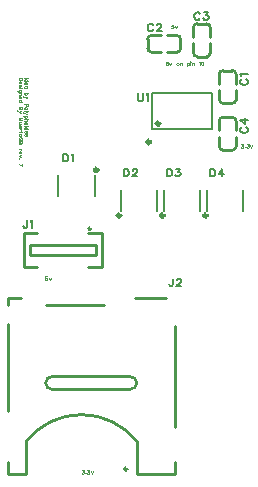
<source format=gto>
G04 Layer: TopSilkscreenLayer*
G04 EasyEDA Pro v2.2.46.11, 2026-02-17 18:28:56*
G04 Gerber Generator version 0.3*
G04 Scale: 100 percent, Rotated: No, Reflected: No*
G04 Dimensions in millimeters*
G04 Leading zeros omitted, absolute positions, 4 integers and 5 decimals*
G04 Generated by one-click*
%FSLAX45Y45*%
%MOMM*%
%ADD10C,0.05*%
%ADD11C,0.1524*%
%ADD12C,0.254*%
%ADD13C,0.3*%
%ADD14C,0.7556*%
G75*


G04 Text Start*
G54D10*
G01X848830Y3365220D02*
G01X819366Y3365220D01*
G01X848830Y3336518D02*
G01X819366Y3336518D01*
G01X834606Y3336518D02*
G01X837654Y3339312D01*
G01X838924Y3342106D01*
G01X838924Y3346424D01*
G01X837654Y3349218D01*
G01X834606Y3352012D01*
G01X830542Y3353536D01*
G01X827748Y3353536D01*
G01X823430Y3352012D01*
G01X820636Y3349218D01*
G01X819366Y3346424D01*
G01X819366Y3342106D01*
G01X820636Y3339312D01*
G01X823430Y3336518D01*
G01X830542Y3324834D02*
G01X830542Y3307816D01*
G01X833336Y3307816D01*
G01X836130Y3309340D01*
G01X837654Y3310610D01*
G01X838924Y3313404D01*
G01X838924Y3317722D01*
G01X837654Y3320516D01*
G01X834606Y3323310D01*
G01X830542Y3324834D01*
G01X827748Y3324834D01*
G01X823430Y3323310D01*
G01X820636Y3320516D01*
G01X819366Y3317722D01*
G01X819366Y3313404D01*
G01X820636Y3310610D01*
G01X823430Y3307816D01*
G01X838924Y3279114D02*
G01X819366Y3279114D01*
G01X834606Y3279114D02*
G01X837654Y3281908D01*
G01X838924Y3284702D01*
G01X838924Y3289020D01*
G01X837654Y3291814D01*
G01X834606Y3294608D01*
G01X830542Y3296132D01*
G01X827748Y3296132D01*
G01X823430Y3294608D01*
G01X820636Y3291814D01*
G01X819366Y3289020D01*
G01X819366Y3284702D01*
G01X820636Y3281908D01*
G01X823430Y3279114D01*
G01X848830Y3235934D02*
G01X819366Y3235934D01*
G01X834606Y3235934D02*
G01X837654Y3233140D01*
G01X838924Y3230346D01*
G01X838924Y3226028D01*
G01X837654Y3223234D01*
G01X834606Y3220440D01*
G01X830542Y3218916D01*
G01X827748Y3218916D01*
G01X823430Y3220440D01*
G01X820636Y3223234D01*
G01X819366Y3226028D01*
G01X819366Y3230346D01*
G01X820636Y3233140D01*
G01X823430Y3235934D01*
G01X838924Y3205708D02*
G01X819366Y3197326D01*
G01X838924Y3188944D02*
G01X819366Y3197326D01*
G01X813524Y3200120D01*
G01X810730Y3202914D01*
G01X809460Y3205708D01*
G01X809460Y3207232D01*
G01X848830Y3145764D02*
G01X819366Y3145764D01*
G01X848830Y3145764D02*
G01X848830Y3133064D01*
G01X847306Y3128746D01*
G01X846036Y3127476D01*
G01X843242Y3125952D01*
G01X838924Y3125952D01*
G01X836130Y3127476D01*
G01X834606Y3128746D01*
G01X833336Y3133064D01*
G01X833336Y3145764D01*
G01X838924Y3107156D02*
G01X837654Y3109950D01*
G01X834606Y3112744D01*
G01X830542Y3114268D01*
G01X827748Y3114268D01*
G01X823430Y3112744D01*
G01X820636Y3109950D01*
G01X819366Y3107156D01*
G01X819366Y3102838D01*
G01X820636Y3100044D01*
G01X823430Y3097250D01*
G01X827748Y3095980D01*
G01X830542Y3095980D01*
G01X834606Y3097250D01*
G01X837654Y3100044D01*
G01X838924Y3102838D01*
G01X838924Y3107156D01*
G01X848830Y3084296D02*
G01X819366Y3084296D01*
G01X838924Y3071088D02*
G01X819366Y3062706D01*
G01X838924Y3054324D02*
G01X819366Y3062706D01*
G01X813524Y3065500D01*
G01X810730Y3068294D01*
G01X809460Y3071088D01*
G01X809460Y3072358D01*
G01X838924Y3042640D02*
G01X809460Y3042640D01*
G01X834606Y3042640D02*
G01X837654Y3039846D01*
G01X838924Y3037052D01*
G01X838924Y3032734D01*
G01X837654Y3029940D01*
G01X834606Y3027146D01*
G01X830542Y3025622D01*
G01X827748Y3025622D01*
G01X823430Y3027146D01*
G01X820636Y3029940D01*
G01X819366Y3032734D01*
G01X819366Y3037052D01*
G01X820636Y3039846D01*
G01X823430Y3042640D01*
G01X848830Y3013938D02*
G01X819366Y3013938D01*
G01X833336Y3013938D02*
G01X837654Y3009620D01*
G01X838924Y3006826D01*
G01X838924Y3002508D01*
G01X837654Y2999714D01*
G01X833336Y2998444D01*
G01X819366Y2998444D01*
G01X830542Y2986760D02*
G01X830542Y2969742D01*
G01X833336Y2969742D01*
G01X836130Y2971266D01*
G01X837654Y2972536D01*
G01X838924Y2975330D01*
G01X838924Y2979648D01*
G01X837654Y2982442D01*
G01X834606Y2985236D01*
G01X830542Y2986760D01*
G01X827748Y2986760D01*
G01X823430Y2985236D01*
G01X820636Y2982442D01*
G01X819366Y2979648D01*
G01X819366Y2975330D01*
G01X820636Y2972536D01*
G01X823430Y2969742D01*
G01X848830Y2958058D02*
G01X847306Y2956534D01*
G01X848830Y2955264D01*
G01X850100Y2956534D01*
G01X848830Y2958058D01*
G01X838924Y2956534D02*
G01X819366Y2956534D01*
G01X848830Y2926562D02*
G01X819366Y2926562D01*
G01X834606Y2926562D02*
G01X837654Y2929356D01*
G01X838924Y2932150D01*
G01X838924Y2936468D01*
G01X837654Y2939262D01*
G01X834606Y2942056D01*
G01X830542Y2943580D01*
G01X827748Y2943580D01*
G01X823430Y2942056D01*
G01X820636Y2939262D01*
G01X819366Y2936468D01*
G01X819366Y2932150D01*
G01X820636Y2929356D01*
G01X823430Y2926562D01*
G01X830542Y2914878D02*
G01X830542Y2897860D01*
G01X833336Y2897860D01*
G01X836130Y2899384D01*
G01X837654Y2900654D01*
G01X838924Y2903448D01*
G01X838924Y2907766D01*
G01X837654Y2910560D01*
G01X834606Y2913354D01*
G01X830542Y2914878D01*
G01X827748Y2914878D01*
G01X823430Y2913354D01*
G01X820636Y2910560D01*
G01X819366Y2907766D01*
G01X819366Y2903448D01*
G01X820636Y2900654D01*
G01X823430Y2897860D01*
G01X834606Y2870682D02*
G01X837654Y2871952D01*
G01X838924Y2876270D01*
G01X838924Y2880588D01*
G01X837654Y2884652D01*
G01X834606Y2886176D01*
G01X831812Y2884652D01*
G01X830542Y2881858D01*
G01X829018Y2874746D01*
G01X827748Y2871952D01*
G01X824954Y2870682D01*
G01X823430Y2870682D01*
G01X820636Y2871952D01*
G01X819366Y2876270D01*
G01X819366Y2880588D01*
G01X820636Y2884652D01*
G01X823430Y2886176D01*
G01X798792Y3365220D02*
G01X769328Y3365220D01*
G01X798792Y3365220D02*
G01X798792Y3355314D01*
G01X797268Y3351250D01*
G01X794474Y3348456D01*
G01X791680Y3346932D01*
G01X787616Y3345662D01*
G01X780504Y3345662D01*
G01X776186Y3346932D01*
G01X773392Y3348456D01*
G01X770598Y3351250D01*
G01X769328Y3355314D01*
G01X769328Y3365220D01*
G01X780504Y3333978D02*
G01X780504Y3316960D01*
G01X783298Y3316960D01*
G01X786092Y3318484D01*
G01X787616Y3319754D01*
G01X788886Y3322548D01*
G01X788886Y3326866D01*
G01X787616Y3329660D01*
G01X784822Y3332454D01*
G01X780504Y3333978D01*
G01X777710Y3333978D01*
G01X773392Y3332454D01*
G01X770598Y3329660D01*
G01X769328Y3326866D01*
G01X769328Y3322548D01*
G01X770598Y3319754D01*
G01X773392Y3316960D01*
G01X784822Y3289782D02*
G01X787616Y3291052D01*
G01X788886Y3295370D01*
G01X788886Y3299688D01*
G01X787616Y3303752D01*
G01X784822Y3305276D01*
G01X782028Y3303752D01*
G01X780504Y3300958D01*
G01X779234Y3293846D01*
G01X777710Y3291052D01*
G01X774916Y3289782D01*
G01X773392Y3289782D01*
G01X770598Y3291052D01*
G01X769328Y3295370D01*
G01X769328Y3299688D01*
G01X770598Y3303752D01*
G01X773392Y3305276D01*
G01X798792Y3278098D02*
G01X797268Y3276574D01*
G01X798792Y3275304D01*
G01X800316Y3276574D01*
G01X798792Y3278098D01*
G01X788886Y3276574D02*
G01X769328Y3276574D01*
G01X788886Y3246602D02*
G01X766534Y3246602D01*
G01X762216Y3248126D01*
G01X760946Y3249396D01*
G01X759422Y3252190D01*
G01X759422Y3256508D01*
G01X760946Y3259302D01*
G01X784822Y3246602D02*
G01X787616Y3249396D01*
G01X788886Y3252190D01*
G01X788886Y3256508D01*
G01X787616Y3259302D01*
G01X784822Y3262096D01*
G01X780504Y3263620D01*
G01X777710Y3263620D01*
G01X773392Y3262096D01*
G01X770598Y3259302D01*
G01X769328Y3256508D01*
G01X769328Y3252190D01*
G01X770598Y3249396D01*
G01X773392Y3246602D01*
G01X788886Y3234918D02*
G01X769328Y3234918D01*
G01X783298Y3234918D02*
G01X787616Y3230600D01*
G01X788886Y3227806D01*
G01X788886Y3223488D01*
G01X787616Y3220694D01*
G01X783298Y3219424D01*
G01X769328Y3219424D01*
G01X780504Y3207740D02*
G01X780504Y3190722D01*
G01X783298Y3190722D01*
G01X786092Y3192246D01*
G01X787616Y3193516D01*
G01X788886Y3196310D01*
G01X788886Y3200628D01*
G01X787616Y3203422D01*
G01X784822Y3206216D01*
G01X780504Y3207740D01*
G01X777710Y3207740D01*
G01X773392Y3206216D01*
G01X770598Y3203422D01*
G01X769328Y3200628D01*
G01X769328Y3196310D01*
G01X770598Y3193516D01*
G01X773392Y3190722D01*
G01X798792Y3162020D02*
G01X769328Y3162020D01*
G01X784822Y3162020D02*
G01X787616Y3164814D01*
G01X788886Y3167608D01*
G01X788886Y3171926D01*
G01X787616Y3174720D01*
G01X784822Y3177514D01*
G01X780504Y3179038D01*
G01X777710Y3179038D01*
G01X773392Y3177514D01*
G01X770598Y3174720D01*
G01X769328Y3171926D01*
G01X769328Y3167608D01*
G01X770598Y3164814D01*
G01X773392Y3162020D01*
G01X798792Y3118840D02*
G01X769328Y3118840D01*
G01X798792Y3118840D02*
G01X798792Y3106140D01*
G01X797268Y3101822D01*
G01X795998Y3100552D01*
G01X793204Y3099028D01*
G01X790410Y3099028D01*
G01X787616Y3100552D01*
G01X786092Y3101822D01*
G01X784822Y3106140D01*
G01X784822Y3118840D02*
G01X784822Y3106140D01*
G01X783298Y3101822D01*
G01X782028Y3100552D01*
G01X779234Y3099028D01*
G01X774916Y3099028D01*
G01X772122Y3100552D01*
G01X770598Y3101822D01*
G01X769328Y3106140D01*
G01X769328Y3118840D01*
G01X788886Y3085820D02*
G01X769328Y3077438D01*
G01X788886Y3069056D02*
G01X769328Y3077438D01*
G01X763740Y3080232D01*
G01X760946Y3083026D01*
G01X759422Y3085820D01*
G01X759422Y3087344D01*
G01X798792Y3025876D02*
G01X769328Y3025876D01*
G01X798792Y3025876D02*
G01X769328Y3014446D01*
G01X798792Y3003270D02*
G01X769328Y3014446D01*
G01X798792Y3003270D02*
G01X769328Y3003270D01*
G01X788886Y2991586D02*
G01X774916Y2991586D01*
G01X770598Y2990062D01*
G01X769328Y2987268D01*
G01X769328Y2983204D01*
G01X770598Y2980156D01*
G01X774916Y2976092D01*
G01X788886Y2976092D02*
G01X769328Y2976092D01*
G01X780504Y2964408D02*
G01X780504Y2947390D01*
G01X783298Y2947390D01*
G01X786092Y2948914D01*
G01X787616Y2950184D01*
G01X788886Y2952978D01*
G01X788886Y2957296D01*
G01X787616Y2960090D01*
G01X784822Y2962884D01*
G01X780504Y2964408D01*
G01X777710Y2964408D01*
G01X773392Y2962884D01*
G01X770598Y2960090D01*
G01X769328Y2957296D01*
G01X769328Y2952978D01*
G01X770598Y2950184D01*
G01X773392Y2947390D01*
G01X788886Y2935706D02*
G01X769328Y2935706D01*
G01X780504Y2935706D02*
G01X784822Y2934182D01*
G01X787616Y2931388D01*
G01X788886Y2928594D01*
G01X788886Y2924276D01*
G01X798792Y2908274D02*
G01X774916Y2908274D01*
G01X770598Y2907004D01*
G01X769328Y2904210D01*
G01X769328Y2901162D01*
G01X788886Y2912592D02*
G01X788886Y2902686D01*
G01X788886Y2882366D02*
G01X787616Y2885160D01*
G01X784822Y2887954D01*
G01X780504Y2889478D01*
G01X777710Y2889478D01*
G01X773392Y2887954D01*
G01X770598Y2885160D01*
G01X769328Y2882366D01*
G01X769328Y2878048D01*
G01X770598Y2875254D01*
G01X773392Y2872460D01*
G01X777710Y2871190D01*
G01X780504Y2871190D01*
G01X784822Y2872460D01*
G01X787616Y2875254D01*
G01X788886Y2878048D01*
G01X788886Y2882366D01*
G01X791680Y2838424D02*
G01X794474Y2839694D01*
G01X797268Y2842488D01*
G01X798792Y2845282D01*
G01X798792Y2851124D01*
G01X797268Y2853918D01*
G01X794474Y2856712D01*
G01X791680Y2857982D01*
G01X787616Y2859506D01*
G01X780504Y2859506D01*
G01X776186Y2857982D01*
G01X773392Y2856712D01*
G01X770598Y2853918D01*
G01X769328Y2851124D01*
G01X769328Y2845282D01*
G01X770598Y2842488D01*
G01X773392Y2839694D01*
G01X776186Y2838424D01*
G01X780504Y2838424D01*
G01X780504Y2845282D02*
G01X780504Y2838424D01*
G01X798792Y2826740D02*
G01X769328Y2826740D01*
G01X798792Y2826740D02*
G01X798792Y2814040D01*
G01X797268Y2809722D01*
G01X795998Y2808452D01*
G01X793204Y2806928D01*
G01X790410Y2806928D01*
G01X787616Y2808452D01*
G01X786092Y2809722D01*
G01X784822Y2814040D01*
G01X784822Y2826740D02*
G01X784822Y2814040D01*
G01X783298Y2809722D01*
G01X782028Y2808452D01*
G01X779234Y2806928D01*
G01X774916Y2806928D01*
G01X772122Y2808452D01*
G01X770598Y2809722D01*
G01X769328Y2814040D01*
G01X769328Y2826740D01*
G01X788886Y2763748D02*
G01X769328Y2763748D01*
G01X780504Y2763748D02*
G01X784822Y2762224D01*
G01X787616Y2759430D01*
G01X788886Y2756636D01*
G01X788886Y2752318D01*
G01X780504Y2740634D02*
G01X780504Y2723616D01*
G01X783298Y2723616D01*
G01X786092Y2725140D01*
G01X787616Y2726410D01*
G01X788886Y2729204D01*
G01X788886Y2733522D01*
G01X787616Y2736316D01*
G01X784822Y2739110D01*
G01X780504Y2740634D01*
G01X777710Y2740634D01*
G01X773392Y2739110D01*
G01X770598Y2736316D01*
G01X769328Y2733522D01*
G01X769328Y2729204D01*
G01X770598Y2726410D01*
G01X773392Y2723616D01*
G01X788886Y2711932D02*
G01X769328Y2703550D01*
G01X788886Y2694914D02*
G01X769328Y2703550D01*
G01X776186Y2681706D02*
G01X774916Y2683230D01*
G01X773392Y2681706D01*
G01X774916Y2680436D01*
G01X776186Y2681706D01*
G01X798792Y2617444D02*
G01X769328Y2631668D01*
G01X798792Y2637256D02*
G01X798792Y2617444D01*
G01X2079304Y3811910D02*
G01X2065334Y3811910D01*
G01X2063810Y3799210D01*
G01X2065334Y3800734D01*
G01X2069652Y3802004D01*
G01X2073716Y3802004D01*
G01X2078034Y3800734D01*
G01X2080828Y3797686D01*
G01X2082098Y3793622D01*
G01X2082098Y3790828D01*
G01X2080828Y3786510D01*
G01X2078034Y3783716D01*
G01X2073716Y3782446D01*
G01X2069652Y3782446D01*
G01X2065334Y3783716D01*
G01X2063810Y3785240D01*
G01X2062540Y3788034D01*
G01X2093782Y3802004D02*
G01X2102164Y3782446D01*
G01X2110800Y3802004D02*
G01X2102164Y3782446D01*
G01X1009904Y1682750D02*
G01X995934Y1682750D01*
G01X994410Y1670050D01*
G01X995934Y1671574D01*
G01X1000252Y1672844D01*
G01X1004316Y1672844D01*
G01X1008634Y1671574D01*
G01X1011428Y1668526D01*
G01X1012698Y1664462D01*
G01X1012698Y1661668D01*
G01X1011428Y1657350D01*
G01X1008634Y1654556D01*
G01X1004316Y1653286D01*
G01X1000252Y1653286D01*
G01X995934Y1654556D01*
G01X994410Y1656080D01*
G01X993140Y1658874D01*
G01X1024382Y1672844D02*
G01X1032764Y1653286D01*
G01X1041400Y1672844D02*
G01X1032764Y1653286D01*
G01X2030984Y3501390D02*
G01X2017014Y3501390D01*
G01X2015490Y3488690D01*
G01X2017014Y3490214D01*
G01X2021332Y3491484D01*
G01X2025396Y3491484D01*
G01X2029714Y3490214D01*
G01X2032508Y3487166D01*
G01X2033778Y3483102D01*
G01X2033778Y3480308D01*
G01X2032508Y3475990D01*
G01X2029714Y3473196D01*
G01X2025396Y3471926D01*
G01X2021332Y3471926D01*
G01X2017014Y3473196D01*
G01X2015490Y3474720D01*
G01X2014220Y3477514D01*
G01X2045462Y3491484D02*
G01X2053844Y3471926D01*
G01X2062480Y3491484D02*
G01X2053844Y3471926D01*
G01X2112772Y3491484D02*
G01X2109978Y3490214D01*
G01X2107184Y3487166D01*
G01X2105660Y3483102D01*
G01X2105660Y3480308D01*
G01X2107184Y3475990D01*
G01X2109978Y3473196D01*
G01X2112772Y3471926D01*
G01X2117090Y3471926D01*
G01X2119884Y3473196D01*
G01X2122678Y3475990D01*
G01X2123948Y3480308D01*
G01X2123948Y3483102D01*
G01X2122678Y3487166D01*
G01X2119884Y3490214D01*
G01X2117090Y3491484D01*
G01X2112772Y3491484D01*
G01X2135632Y3491484D02*
G01X2135632Y3471926D01*
G01X2135632Y3485896D02*
G01X2139950Y3490214D01*
G01X2142744Y3491484D01*
G01X2147062Y3491484D01*
G01X2149856Y3490214D01*
G01X2151126Y3485896D01*
G01X2151126Y3471926D01*
G01X2194306Y3491484D02*
G01X2194306Y3462020D01*
G01X2194306Y3487166D02*
G01X2197100Y3490214D01*
G01X2199894Y3491484D01*
G01X2204212Y3491484D01*
G01X2207006Y3490214D01*
G01X2209800Y3487166D01*
G01X2211324Y3483102D01*
G01X2211324Y3480308D01*
G01X2209800Y3475990D01*
G01X2207006Y3473196D01*
G01X2204212Y3471926D01*
G01X2199894Y3471926D01*
G01X2197100Y3473196D01*
G01X2194306Y3475990D01*
G01X2223008Y3501390D02*
G01X2224532Y3499866D01*
G01X2225802Y3501390D01*
G01X2224532Y3502660D01*
G01X2223008Y3501390D01*
G01X2224532Y3491484D02*
G01X2224532Y3471926D01*
G01X2237486Y3491484D02*
G01X2237486Y3471926D01*
G01X2237486Y3485896D02*
G01X2241804Y3490214D01*
G01X2244598Y3491484D01*
G01X2248916Y3491484D01*
G01X2251710Y3490214D01*
G01X2252980Y3485896D01*
G01X2252980Y3471926D01*
G01X2296160Y3495802D02*
G01X2298954Y3497072D01*
G01X2303272Y3501390D01*
G01X2303272Y3471926D01*
G01X2323338Y3501390D02*
G01X2319274Y3499866D01*
G01X2316480Y3495802D01*
G01X2314956Y3488690D01*
G01X2314956Y3484372D01*
G01X2316480Y3477514D01*
G01X2319274Y3473196D01*
G01X2323338Y3471926D01*
G01X2326386Y3471926D01*
G01X2330450Y3473196D01*
G01X2333244Y3477514D01*
G01X2334768Y3484372D01*
G01X2334768Y3488690D01*
G01X2333244Y3495802D01*
G01X2330450Y3499866D01*
G01X2326386Y3501390D01*
G01X2323338Y3501390D01*
G01X1305334Y41910D02*
G01X1320828Y41910D01*
G01X1312446Y30734D01*
G01X1316510Y30734D01*
G01X1319304Y29210D01*
G01X1320828Y27686D01*
G01X1322098Y23622D01*
G01X1322098Y20828D01*
G01X1320828Y16510D01*
G01X1318034Y13716D01*
G01X1313716Y12446D01*
G01X1309652Y12446D01*
G01X1305334Y13716D01*
G01X1303810Y15240D01*
G01X1302540Y18034D01*
G01X1335306Y19304D02*
G01X1333782Y18034D01*
G01X1335306Y16510D01*
G01X1336576Y18034D01*
G01X1335306Y19304D01*
G01X1351054Y41910D02*
G01X1366548Y41910D01*
G01X1358166Y30734D01*
G01X1362484Y30734D01*
G01X1365278Y29210D01*
G01X1366548Y27686D01*
G01X1368072Y23622D01*
G01X1368072Y20828D01*
G01X1366548Y16510D01*
G01X1363754Y13716D01*
G01X1359690Y12446D01*
G01X1355372Y12446D01*
G01X1351054Y13716D01*
G01X1349784Y15240D01*
G01X1348260Y18034D01*
G01X1379756Y32004D02*
G01X1388138Y12446D01*
G01X1396774Y32004D02*
G01X1388138Y12446D01*
G01X2655334Y2801910D02*
G01X2670828Y2801910D01*
G01X2662446Y2790734D01*
G01X2666510Y2790734D01*
G01X2669304Y2789210D01*
G01X2670828Y2787686D01*
G01X2672098Y2783622D01*
G01X2672098Y2780828D01*
G01X2670828Y2776510D01*
G01X2668034Y2773716D01*
G01X2663716Y2772446D01*
G01X2659652Y2772446D01*
G01X2655334Y2773716D01*
G01X2653810Y2775240D01*
G01X2652540Y2778034D01*
G01X2685306Y2779304D02*
G01X2683782Y2778034D01*
G01X2685306Y2776510D01*
G01X2686576Y2778034D01*
G01X2685306Y2779304D01*
G01X2701054Y2801910D02*
G01X2716548Y2801910D01*
G01X2708166Y2790734D01*
G01X2712484Y2790734D01*
G01X2715278Y2789210D01*
G01X2716548Y2787686D01*
G01X2718072Y2783622D01*
G01X2718072Y2780828D01*
G01X2716548Y2776510D01*
G01X2713754Y2773716D01*
G01X2709690Y2772446D01*
G01X2705372Y2772446D01*
G01X2701054Y2773716D01*
G01X2699784Y2775240D01*
G01X2698260Y2778034D01*
G01X2729756Y2792004D02*
G01X2738138Y2772446D01*
G01X2746774Y2792004D02*
G01X2738138Y2772446D01*
G54D11*
G01X2659380Y3351022D02*
G01X2653030Y3347974D01*
G01X2646934Y3341624D01*
G01X2643886Y3335528D01*
G01X2643886Y3323082D01*
G01X2646934Y3316986D01*
G01X2653030Y3310636D01*
G01X2659380Y3307588D01*
G01X2668524Y3304540D01*
G01X2684018Y3304540D01*
G01X2693416Y3307588D01*
G01X2699512Y3310636D01*
G01X2705862Y3316986D01*
G01X2708910Y3323082D01*
G01X2708910Y3335528D01*
G01X2705862Y3341624D01*
G01X2699512Y3347974D01*
G01X2693416Y3351022D01*
G01X2656332Y3381248D02*
G01X2653030Y3387344D01*
G01X2643886Y3396488D01*
G01X2708910Y3396488D01*
G01X1908302Y3807460D02*
G01X1905254Y3813810D01*
G01X1898904Y3819906D01*
G01X1892808Y3822954D01*
G01X1880362Y3822954D01*
G01X1874266Y3819906D01*
G01X1867916Y3813810D01*
G01X1864868Y3807460D01*
G01X1861820Y3798316D01*
G01X1861820Y3782822D01*
G01X1864868Y3773424D01*
G01X1867916Y3767328D01*
G01X1874266Y3760978D01*
G01X1880362Y3757930D01*
G01X1892808Y3757930D01*
G01X1898904Y3760978D01*
G01X1905254Y3767328D01*
G01X1908302Y3773424D01*
G01X1941576Y3807460D02*
G01X1941576Y3810508D01*
G01X1944624Y3816858D01*
G01X1947672Y3819906D01*
G01X1953768Y3822954D01*
G01X1966214Y3822954D01*
G01X1972564Y3819906D01*
G01X1975612Y3816858D01*
G01X1978660Y3810508D01*
G01X1978660Y3804412D01*
G01X1975612Y3798316D01*
G01X1969262Y3788918D01*
G01X1938528Y3757930D01*
G01X1981708Y3757930D01*
G01X2659380Y2944622D02*
G01X2653030Y2941574D01*
G01X2646934Y2935224D01*
G01X2643886Y2929128D01*
G01X2643886Y2916682D01*
G01X2646934Y2910586D01*
G01X2653030Y2904236D01*
G01X2659380Y2901188D01*
G01X2668524Y2898140D01*
G01X2684018Y2898140D01*
G01X2693416Y2901188D01*
G01X2699512Y2904236D01*
G01X2705862Y2910586D01*
G01X2708910Y2916682D01*
G01X2708910Y2929128D01*
G01X2705862Y2935224D01*
G01X2699512Y2941574D01*
G01X2693416Y2944622D01*
G01X2643886Y3005582D02*
G01X2687066Y2974848D01*
G01X2687066Y3021076D01*
G01X2643886Y3005582D02*
G01X2708910Y3005582D01*
G01X1145540Y2720594D02*
G01X1145540Y2655570D01*
G01X1145540Y2720594D02*
G01X1167130Y2720594D01*
G01X1176528Y2717546D01*
G01X1182624Y2711450D01*
G01X1185672Y2705100D01*
G01X1188974Y2695956D01*
G01X1188974Y2680462D01*
G01X1185672Y2671064D01*
G01X1182624Y2664968D01*
G01X1176528Y2658618D01*
G01X1167130Y2655570D01*
G01X1145540Y2655570D01*
G01X1219200Y2708148D02*
G01X1225296Y2711450D01*
G01X1234440Y2720594D01*
G01X1234440Y2655570D01*
G01X1658620Y2593594D02*
G01X1658620Y2528570D01*
G01X1658620Y2593594D02*
G01X1680210Y2593594D01*
G01X1689608Y2590546D01*
G01X1695704Y2584450D01*
G01X1698752Y2578100D01*
G01X1702054Y2568956D01*
G01X1702054Y2553462D01*
G01X1698752Y2544064D01*
G01X1695704Y2537968D01*
G01X1689608Y2531618D01*
G01X1680210Y2528570D01*
G01X1658620Y2528570D01*
G01X1735328Y2578100D02*
G01X1735328Y2581148D01*
G01X1738376Y2587498D01*
G01X1741424Y2590546D01*
G01X1747520Y2593594D01*
G01X1759966Y2593594D01*
G01X1766316Y2590546D01*
G01X1769364Y2587498D01*
G01X1772412Y2581148D01*
G01X1772412Y2575052D01*
G01X1769364Y2568956D01*
G01X1763014Y2559558D01*
G01X1732280Y2528570D01*
G01X1775460Y2528570D01*
G01X2024380Y2593594D02*
G01X2024380Y2528570D01*
G01X2024380Y2593594D02*
G01X2045970Y2593594D01*
G01X2055368Y2590546D01*
G01X2061464Y2584450D01*
G01X2064512Y2578100D01*
G01X2067814Y2568956D01*
G01X2067814Y2553462D01*
G01X2064512Y2544064D01*
G01X2061464Y2537968D01*
G01X2055368Y2531618D01*
G01X2045970Y2528570D01*
G01X2024380Y2528570D01*
G01X2104136Y2593594D02*
G01X2138172Y2593594D01*
G01X2119630Y2568956D01*
G01X2128774Y2568956D01*
G01X2135124Y2565908D01*
G01X2138172Y2562606D01*
G01X2141220Y2553462D01*
G01X2141220Y2547112D01*
G01X2138172Y2537968D01*
G01X2132076Y2531618D01*
G01X2122678Y2528570D01*
G01X2113280Y2528570D01*
G01X2104136Y2531618D01*
G01X2101088Y2534920D01*
G01X2098040Y2541016D01*
G01X2390140Y2593594D02*
G01X2390140Y2528570D01*
G01X2390140Y2593594D02*
G01X2411730Y2593594D01*
G01X2421128Y2590546D01*
G01X2427224Y2584450D01*
G01X2430272Y2578100D01*
G01X2433574Y2568956D01*
G01X2433574Y2553462D01*
G01X2430272Y2544064D01*
G01X2427224Y2537968D01*
G01X2421128Y2531618D01*
G01X2411730Y2528570D01*
G01X2390140Y2528570D01*
G01X2494534Y2593594D02*
G01X2463800Y2550414D01*
G01X2510028Y2550414D01*
G01X2494534Y2593594D02*
G01X2494534Y2528570D01*
G01X2075688Y1663954D02*
G01X2075688Y1614424D01*
G01X2072640Y1605280D01*
G01X2069592Y1601978D01*
G01X2063242Y1598930D01*
G01X2057146Y1598930D01*
G01X2050796Y1601978D01*
G01X2047748Y1605280D01*
G01X2044700Y1614424D01*
G01X2044700Y1620774D01*
G01X2108962Y1648460D02*
G01X2108962Y1651508D01*
G01X2112010Y1657858D01*
G01X2115058Y1660906D01*
G01X2121154Y1663954D01*
G01X2133600Y1663954D01*
G01X2139950Y1660906D01*
G01X2142998Y1657858D01*
G01X2146046Y1651508D01*
G01X2146046Y1645412D01*
G01X2142998Y1639316D01*
G01X2136648Y1629918D01*
G01X2105914Y1598930D01*
G01X2149094Y1598930D01*
G01X1780540Y3233674D02*
G01X1780540Y3187192D01*
G01X1783588Y3178048D01*
G01X1789938Y3171698D01*
G01X1799082Y3168650D01*
G01X1805432Y3168650D01*
G01X1814576Y3171698D01*
G01X1820672Y3178048D01*
G01X1823974Y3187192D01*
G01X1823974Y3233674D01*
G01X1854200Y3221228D02*
G01X1860296Y3224530D01*
G01X1869440Y3233674D01*
G01X1869440Y3168650D01*
G01X2304542Y3903980D02*
G01X2301494Y3910330D01*
G01X2295144Y3916426D01*
G01X2289048Y3919474D01*
G01X2276602Y3919474D01*
G01X2270506Y3916426D01*
G01X2264156Y3910330D01*
G01X2261108Y3903980D01*
G01X2258060Y3894836D01*
G01X2258060Y3879342D01*
G01X2261108Y3869944D01*
G01X2264156Y3863848D01*
G01X2270506Y3857498D01*
G01X2276602Y3854450D01*
G01X2289048Y3854450D01*
G01X2295144Y3857498D01*
G01X2301494Y3863848D01*
G01X2304542Y3869944D01*
G01X2340864Y3919474D02*
G01X2374900Y3919474D01*
G01X2356358Y3894836D01*
G01X2365502Y3894836D01*
G01X2371852Y3891788D01*
G01X2374900Y3888486D01*
G01X2377948Y3879342D01*
G01X2377948Y3872992D01*
G01X2374900Y3863848D01*
G01X2368804Y3857498D01*
G01X2359406Y3854450D01*
G01X2350008Y3854450D01*
G01X2340864Y3857498D01*
G01X2337816Y3860800D01*
G01X2334768Y3866896D01*
G01X841248Y2156714D02*
G01X841248Y2107184D01*
G01X838200Y2098040D01*
G01X835152Y2094738D01*
G01X828802Y2091690D01*
G01X822706Y2091690D01*
G01X816356Y2094738D01*
G01X813308Y2098040D01*
G01X810260Y2107184D01*
G01X810260Y2113534D01*
G01X871474Y2144268D02*
G01X877570Y2147570D01*
G01X886714Y2156714D01*
G01X886714Y2091690D01*
G04 Text End*

G04 PolygonModel Start*
G54D12*
G01X2610956Y3258742D02*
G01X2610958Y3178743D01*
G01X2611003Y3314786D02*
G01X2611004Y3394784D01*
G01X2468989Y3258740D02*
G01X2468989Y3178744D01*
G01X2469037Y3314786D02*
G01X2469037Y3394783D01*
G01X2579975Y3147770D02*
G01X2499969Y3147769D01*
G01X2500023Y3425761D02*
G01X2580026Y3425761D01*
G01X2469036Y3394779D02*
G02X2500023Y3425761I30983J-1D01*
G01X2580019Y3425762D02*
G02X2611002Y3394779I-0J-30983D01*
G01X2610957Y3178749D02*
G02X2579975Y3147770I-30983J4D01*
G01X2499976Y3147768D02*
G02X2468988Y3178750I-5J30983D01*
G01X2029538Y3723476D02*
G01X2109537Y3723478D01*
G01X1973494Y3723523D02*
G01X1893496Y3723524D01*
G01X2029540Y3581509D02*
G01X2109536Y3581509D01*
G01X1973494Y3581557D02*
G01X1893497Y3581557D01*
G01X2140510Y3692495D02*
G01X2140511Y3612489D01*
G01X1862519Y3612543D02*
G01X1862519Y3692546D01*
G01X1893501Y3581556D02*
G02X1862519Y3612543I1J30983D01*
G01X1862519Y3692539D02*
G02X1893501Y3723522I30983J-0D01*
G01X2109531Y3723477D02*
G02X2140510Y3692495I-4J-30983D01*
G01X2140512Y3612496D02*
G02X2109530Y3581508I-30983J-5D01*
G01X2469044Y2918538D02*
G01X2469042Y2998537D01*
G01X2468997Y2862494D02*
G01X2468996Y2782496D01*
G01X2611011Y2918540D02*
G01X2611011Y2998536D01*
G01X2610963Y2862494D02*
G01X2610963Y2782497D01*
G01X2500025Y3029510D02*
G01X2580031Y3029511D01*
G01X2579977Y2751519D02*
G01X2499974Y2751519D01*
G01X2610964Y2782501D02*
G02X2579977Y2751519I-30983J1D01*
G01X2499981Y2751519D02*
G02X2468998Y2782501I0J30983D01*
G01X2469043Y2998531D02*
G02X2500025Y3029510I30983J-4D01*
G01X2580024Y3029512D02*
G02X2611012Y2998530I5J-30983D01*
G54D11*
G01X1105921Y2542560D02*
G01X1105921Y2364720D01*
G01X1413759Y2542560D02*
G01X1413759Y2364720D01*
G01X1942079Y2240260D02*
G01X1942079Y2418100D01*
G01X1634241Y2240260D02*
G01X1634241Y2418100D01*
G01X2307839Y2240260D02*
G01X2307839Y2418100D01*
G01X2000001Y2240260D02*
G01X2000001Y2418100D01*
G01X2673599Y2240260D02*
G01X2673599Y2418100D01*
G01X2365761Y2240260D02*
G01X2365761Y2418100D01*
G54D12*
G01X1758800Y1495501D02*
G01X2018190Y1495501D01*
G01X677304Y10749D02*
G01X677304Y112641D01*
G01X677304Y546369D02*
G01X677304Y1277635D01*
G01X677304Y1443866D02*
G01X677304Y1495501D01*
G01X792188Y1495501D01*
G01X999300Y1440503D02*
G01X1494302Y1440503D01*
G01X2091301Y10749D02*
G01X2091301Y112634D01*
G01X2091301Y408864D02*
G01X2091301Y1260638D01*
G01X834306Y285504D02*
G01X834306Y10500D01*
G01X677304Y10500D01*
G01X1714302Y725503D02*
G01X1054303Y725503D01*
G01X1714302Y835505D02*
G01X1054303Y835505D01*
G01X2091301Y10749D02*
G01X1769306Y10749D01*
G01X1769306Y285504D01*
G01X1714302Y835503D02*
G02X1714246Y725564I-401J-54969D01*
G01X1054303Y725503D02*
G02X1054354Y835546I25J55021D01*
G01X834304Y285504D02*
G02X1769364Y285382I467482J-367825D01*
G54D11*
G01X1903590Y2934211D02*
G01X1903590Y3237989D01*
G01X2409330Y3237989D01*
G01X2409330Y2934211D01*
G01X1903590Y2934211D01*
G54D12*
G01X2250604Y3711018D02*
G01X2250602Y3791017D01*
G01X2250557Y3654974D02*
G01X2250556Y3574976D01*
G01X2392571Y3711020D02*
G01X2392571Y3791016D01*
G01X2392523Y3654974D02*
G01X2392523Y3574977D01*
G01X2281585Y3821990D02*
G01X2361591Y3821991D01*
G01X2361537Y3543999D02*
G01X2281534Y3543999D01*
G01X2392524Y3574981D02*
G02X2361537Y3543999I-30983J1D01*
G01X2281541Y3543999D02*
G02X2250558Y3574981I0J30983D01*
G01X2250603Y3791011D02*
G02X2281585Y3821990I30983J-4D01*
G01X2361584Y3821992D02*
G02X2392572Y3791010I5J-30983D01*
G01X1473002Y1761000D02*
G01X1473002Y2049000D01*
G01X812998Y1761000D02*
G01X812998Y2049000D01*
G01X1473002Y1761000D02*
G01X1356114Y1761000D01*
G01X929886Y1761000D02*
G01X812998Y1761000D01*
G01X1473002Y2049000D02*
G01X1356114Y2049000D01*
G01X929886Y2049000D02*
G01X812998Y2049000D01*
G01X1423010Y1865000D02*
G01X863016Y1865000D01*
G01X863016Y1945010D01*
G01X1423010Y1945010D01*
G01X1423010Y1865000D01*

G04 Circle Start*
G54D13*
G01X1411656Y2583790D02*
G03X1441679Y2583790I15011J0D01*
G03X1411656Y2583790I-15011J0D01*
G01X1606321Y2199030D02*
G03X1636344Y2199030I15011J0D01*
G03X1606321Y2199030I-15011J0D01*
G01X1972081Y2199030D02*
G03X2002104Y2199030I15011J0D01*
G03X1972081Y2199030I-15011J0D01*
G01X2337841Y2199030D02*
G03X2367864Y2199030I15011J0D01*
G03X2337841Y2199030I-15011J0D01*
G54D12*
G01X1664589Y51511D02*
G03X1689989Y51511I12700J0D01*
G03X1664589Y51511I-12700J0D01*
G54D13*
G01X1856181Y2820619D02*
G03X1886204Y2820619I15011J0D01*
G03X1856181Y2820619I-15011J0D01*
G01X1936979Y2976423D02*
G03X1967001Y2976423I15011J0D01*
G03X1936979Y2976423I-15011J0D01*
G54D12*
G01X1362989Y2084989D02*
G03X1383005Y2084989I10008J0D01*
G03X1362989Y2084989I-10008J0D01*
G04 Circle End*

M02*


</source>
